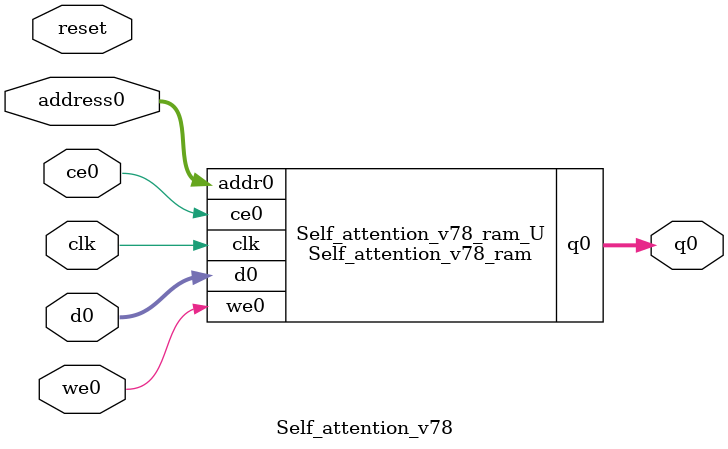
<source format=v>
`timescale 1 ns / 1 ps
module Self_attention_v78_ram (addr0, ce0, d0, we0, q0,  clk);

parameter DWIDTH = 32;
parameter AWIDTH = 8;
parameter MEM_SIZE = 144;

input[AWIDTH-1:0] addr0;
input ce0;
input[DWIDTH-1:0] d0;
input we0;
output reg[DWIDTH-1:0] q0;
input clk;

(* ram_style = "block" *)reg [DWIDTH-1:0] ram[0:MEM_SIZE-1];




always @(posedge clk)  
begin 
    if (ce0) begin
        if (we0) 
            ram[addr0] <= d0; 
        q0 <= ram[addr0];
    end
end


endmodule

`timescale 1 ns / 1 ps
module Self_attention_v78(
    reset,
    clk,
    address0,
    ce0,
    we0,
    d0,
    q0);

parameter DataWidth = 32'd32;
parameter AddressRange = 32'd144;
parameter AddressWidth = 32'd8;
input reset;
input clk;
input[AddressWidth - 1:0] address0;
input ce0;
input we0;
input[DataWidth - 1:0] d0;
output[DataWidth - 1:0] q0;



Self_attention_v78_ram Self_attention_v78_ram_U(
    .clk( clk ),
    .addr0( address0 ),
    .ce0( ce0 ),
    .we0( we0 ),
    .d0( d0 ),
    .q0( q0 ));

endmodule


</source>
